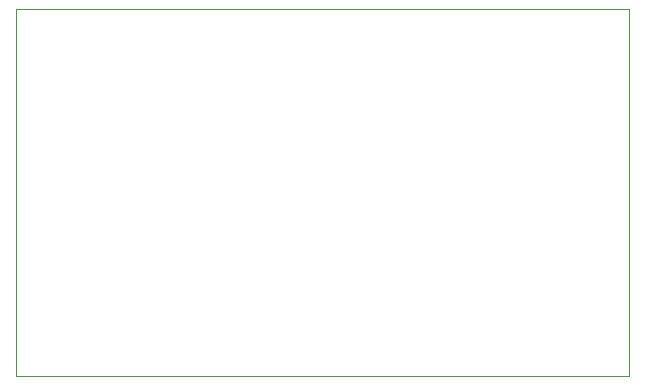
<source format=gm1>
%TF.GenerationSoftware,KiCad,Pcbnew,9.0.6-9.0.6~ubuntu24.04.1*%
%TF.CreationDate,2025-12-02T23:55:24-06:00*%
%TF.ProjectId,mcu_datalogger,6d63755f-6461-4746-916c-6f676765722e,v1*%
%TF.SameCoordinates,Original*%
%TF.FileFunction,Profile,NP*%
%FSLAX46Y46*%
G04 Gerber Fmt 4.6, Leading zero omitted, Abs format (unit mm)*
G04 Created by KiCad (PCBNEW 9.0.6-9.0.6~ubuntu24.04.1) date 2025-12-02 23:55:24*
%MOMM*%
%LPD*%
G01*
G04 APERTURE LIST*
%TA.AperFunction,Profile*%
%ADD10C,0.050000*%
%TD*%
G04 APERTURE END LIST*
D10*
X62928500Y-44450000D02*
X114871500Y-44450000D01*
X114871500Y-75565000D01*
X62928500Y-75565000D01*
X62928500Y-44450000D01*
M02*

</source>
